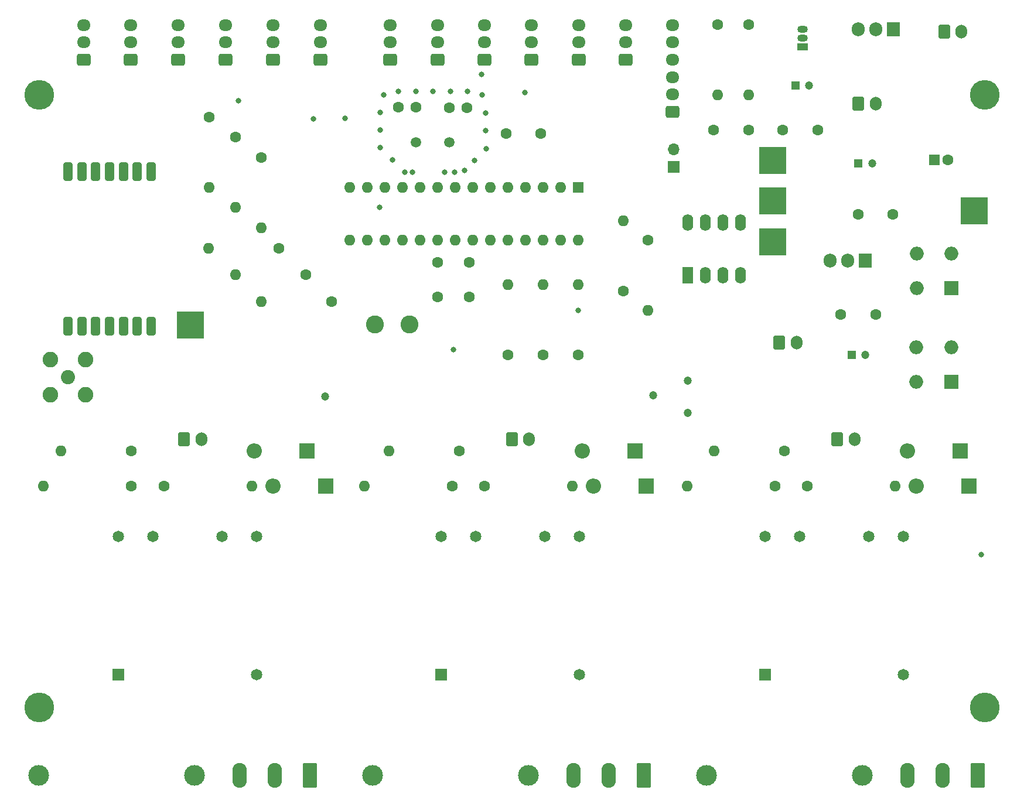
<source format=gbr>
%TF.GenerationSoftware,KiCad,Pcbnew,(6.0.7)*%
%TF.CreationDate,2022-08-20T21:34:52+02:00*%
%TF.ProjectId,3phaseDiverter-rounded,33706861-7365-4446-9976-65727465722d,1*%
%TF.SameCoordinates,Original*%
%TF.FileFunction,Soldermask,Top*%
%TF.FilePolarity,Negative*%
%FSLAX46Y46*%
G04 Gerber Fmt 4.6, Leading zero omitted, Abs format (unit mm)*
G04 Created by KiCad (PCBNEW (6.0.7)) date 2022-08-20 21:34:52*
%MOMM*%
%LPD*%
G01*
G04 APERTURE LIST*
G04 Aperture macros list*
%AMRoundRect*
0 Rectangle with rounded corners*
0 $1 Rounding radius*
0 $2 $3 $4 $5 $6 $7 $8 $9 X,Y pos of 4 corners*
0 Add a 4 corners polygon primitive as box body*
4,1,4,$2,$3,$4,$5,$6,$7,$8,$9,$2,$3,0*
0 Add four circle primitives for the rounded corners*
1,1,$1+$1,$2,$3*
1,1,$1+$1,$4,$5*
1,1,$1+$1,$6,$7*
1,1,$1+$1,$8,$9*
0 Add four rect primitives between the rounded corners*
20,1,$1+$1,$2,$3,$4,$5,0*
20,1,$1+$1,$4,$5,$6,$7,0*
20,1,$1+$1,$6,$7,$8,$9,0*
20,1,$1+$1,$8,$9,$2,$3,0*%
G04 Aperture macros list end*
%ADD10C,3.000000*%
%ADD11RoundRect,0.250000X0.725000X-0.600000X0.725000X0.600000X-0.725000X0.600000X-0.725000X-0.600000X0*%
%ADD12O,1.950000X1.700000*%
%ADD13C,1.600000*%
%ADD14R,4.000000X4.000000*%
%ADD15R,1.200000X1.200000*%
%ADD16C,1.200000*%
%ADD17O,1.600000X1.600000*%
%ADD18RoundRect,0.337500X-0.337500X1.012500X-0.337500X-1.012500X0.337500X-1.012500X0.337500X1.012500X0*%
%ADD19R,1.600000X1.600000*%
%ADD20R,2.200000X2.200000*%
%ADD21O,2.200000X2.200000*%
%ADD22C,4.300000*%
%ADD23R,2.000000X2.000000*%
%ADD24O,2.000000X2.000000*%
%ADD25R,1.500000X1.050000*%
%ADD26O,1.500000X1.050000*%
%ADD27C,1.500000*%
%ADD28RoundRect,0.250000X-0.600000X-0.750000X0.600000X-0.750000X0.600000X0.750000X-0.600000X0.750000X0*%
%ADD29O,1.700000X2.000000*%
%ADD30R,1.651000X1.651000*%
%ADD31C,1.651000*%
%ADD32R,1.905000X2.000000*%
%ADD33O,1.905000X2.000000*%
%ADD34RoundRect,0.249999X0.790001X1.550001X-0.790001X1.550001X-0.790001X-1.550001X0.790001X-1.550001X0*%
%ADD35O,2.080000X3.600000*%
%ADD36R,1.700000X1.700000*%
%ADD37O,1.700000X1.700000*%
%ADD38R,1.600000X2.400000*%
%ADD39O,1.600000X2.400000*%
%ADD40C,2.600000*%
%ADD41C,2.050000*%
%ADD42C,2.250000*%
%ADD43C,0.800000*%
G04 APERTURE END LIST*
D10*
%TO.C,FS3*%
X115700000Y-130087500D03*
X138300000Y-130087500D03*
%TD*%
D11*
%TO.C,J0*%
X110854000Y-34130000D03*
D12*
X110854000Y-31630000D03*
X110854000Y-29130000D03*
X110854000Y-26630000D03*
X110854000Y-24130000D03*
X110854000Y-21630000D03*
%TD*%
D13*
%TO.C,C13*%
X76835000Y-55920000D03*
X76835000Y-60920000D03*
%TD*%
D14*
%TO.C,TP3*%
X125272800Y-41198800D03*
%TD*%
D15*
%TO.C,C2*%
X137668000Y-41605200D03*
D16*
X139668000Y-41605200D03*
%TD*%
D13*
%TO.C,R20*%
X92075000Y-69342000D03*
D17*
X92075000Y-59182000D03*
%TD*%
D11*
%TO.C,J4*%
X90445098Y-26630000D03*
D12*
X90445098Y-24130000D03*
X90445098Y-21630000D03*
%TD*%
D18*
%TO.C,RF1*%
X23464520Y-65151000D03*
X27465020Y-42799000D03*
X29464000Y-42799000D03*
X31462980Y-42799000D03*
X27465020Y-65151000D03*
X23464520Y-42799000D03*
X33461960Y-42799000D03*
X29464000Y-65151000D03*
X25466040Y-42799000D03*
X33461960Y-65151000D03*
X31462980Y-65151000D03*
X35463480Y-42799000D03*
X35463480Y-65151000D03*
X25466040Y-65151000D03*
%TD*%
D19*
%TO.C,IC1*%
X97155000Y-45085000D03*
D17*
X94615000Y-45085000D03*
X92075000Y-45085000D03*
X89535000Y-45085000D03*
X86995000Y-45085000D03*
X84455000Y-45085000D03*
X81915000Y-45085000D03*
X79375000Y-45085000D03*
X76835000Y-45085000D03*
X74295000Y-45085000D03*
X71755000Y-45085000D03*
X69215000Y-45085000D03*
X66675000Y-45085000D03*
X64135000Y-45085000D03*
X64135000Y-52705000D03*
X66675000Y-52705000D03*
X69215000Y-52705000D03*
X71755000Y-52705000D03*
X74295000Y-52705000D03*
X76835000Y-52705000D03*
X79375000Y-52705000D03*
X81915000Y-52705000D03*
X84455000Y-52705000D03*
X86995000Y-52705000D03*
X89535000Y-52705000D03*
X92075000Y-52705000D03*
X94615000Y-52705000D03*
X97155000Y-52705000D03*
%TD*%
D10*
%TO.C,FS1*%
X19180000Y-130087500D03*
X41780000Y-130087500D03*
%TD*%
D20*
%TO.C,D6*%
X152400000Y-83185000D03*
D21*
X144780000Y-83185000D03*
%TD*%
D22*
%TO.C,REF\u002A\u002A*%
X155956000Y-31750000D03*
%TD*%
D13*
%TO.C,R1*%
X121793000Y-21590000D03*
D17*
X121793000Y-31750000D03*
%TD*%
D22*
%TO.C,REF\u002A\u002A*%
X19304000Y-120243600D03*
%TD*%
D10*
%TO.C,FS2*%
X67440000Y-130087500D03*
X90040000Y-130087500D03*
%TD*%
D13*
%TO.C,R6*%
X78968600Y-88239600D03*
D17*
X66268600Y-88239600D03*
%TD*%
D11*
%TO.C,J6*%
X76839166Y-26630000D03*
D12*
X76839166Y-24130000D03*
X76839166Y-21630000D03*
%TD*%
D14*
%TO.C,TP0*%
X154432000Y-48514000D03*
%TD*%
D13*
%TO.C,C12*%
X135168000Y-63500000D03*
X140168000Y-63500000D03*
%TD*%
D23*
%TO.C,BR1*%
X151090000Y-73239000D03*
D24*
X151090000Y-68239000D03*
X146090000Y-68239000D03*
X146090000Y-73239000D03*
%TD*%
D13*
%TO.C,R19*%
X86995000Y-69342000D03*
D17*
X86995000Y-59182000D03*
%TD*%
D25*
%TO.C,VR2*%
X129646000Y-24765000D03*
D26*
X129646000Y-23495000D03*
X129646000Y-22225000D03*
%TD*%
D13*
%TO.C,R7*%
X125603000Y-88265000D03*
D17*
X112903000Y-88265000D03*
%TD*%
D27*
%TO.C,X1*%
X78599200Y-38582600D03*
X73719200Y-38582600D03*
%TD*%
D13*
%TO.C,R10*%
X130302000Y-88265000D03*
D17*
X143002000Y-88265000D03*
%TD*%
D22*
%TO.C,REF\u002A\u002A*%
X155956000Y-120243600D03*
%TD*%
%TO.C,REF\u002A\u002A*%
X19304000Y-31750000D03*
%TD*%
D28*
%TO.C,CT2*%
X87604600Y-81491600D03*
D29*
X90104600Y-81491600D03*
%TD*%
D13*
%TO.C,R4*%
X127000000Y-83185000D03*
D17*
X116840000Y-83185000D03*
%TD*%
D30*
%TO.C,TXFR3*%
X124162925Y-115562400D03*
D31*
X144162926Y-115562400D03*
X144162926Y-95562399D03*
X139162926Y-95562399D03*
X129162925Y-95562399D03*
X124162925Y-95562399D03*
%TD*%
D11*
%TO.C,J11*%
X39403800Y-26630000D03*
D12*
X39403800Y-24130000D03*
X39403800Y-21630000D03*
%TD*%
D13*
%TO.C,R5*%
X32613600Y-88239600D03*
D17*
X19913600Y-88239600D03*
%TD*%
D32*
%TO.C,VR1*%
X142748000Y-22225000D03*
D33*
X140208000Y-22225000D03*
X137668000Y-22225000D03*
%TD*%
D13*
%TO.C,C6*%
X91770200Y-37338000D03*
X86770200Y-37338000D03*
%TD*%
D30*
%TO.C,TXFR2*%
X77376125Y-115570000D03*
D31*
X97376126Y-115570000D03*
X97376126Y-95569999D03*
X92376126Y-95569999D03*
X82376125Y-95569999D03*
X77376125Y-95569999D03*
%TD*%
D11*
%TO.C,J7*%
X70036200Y-26630000D03*
D12*
X70036200Y-24130000D03*
X70036200Y-21630000D03*
%TD*%
D20*
%TO.C,D2*%
X58013600Y-83159600D03*
D21*
X50393600Y-83159600D03*
%TD*%
D11*
%TO.C,J10*%
X46261800Y-26630000D03*
D12*
X46261800Y-24130000D03*
X46261800Y-21630000D03*
%TD*%
D14*
%TO.C,TP4*%
X41148000Y-65024000D03*
%TD*%
D34*
%TO.C,PWR1*%
X58420000Y-130087500D03*
D35*
X53340000Y-130087500D03*
X48260000Y-130087500D03*
%TD*%
D11*
%TO.C,J13*%
X25738600Y-26630000D03*
D12*
X25738600Y-24130000D03*
X25738600Y-21630000D03*
%TD*%
D13*
%TO.C,R17*%
X47625000Y-37846000D03*
D17*
X47625000Y-48006000D03*
%TD*%
D20*
%TO.C,D4*%
X105384600Y-83159600D03*
D21*
X97764600Y-83159600D03*
%TD*%
D13*
%TO.C,C7*%
X81407000Y-60920000D03*
X81407000Y-55920000D03*
%TD*%
%TO.C,R8*%
X37312600Y-88239600D03*
D17*
X50012600Y-88239600D03*
%TD*%
D11*
%TO.C,J9*%
X53119800Y-26630000D03*
D12*
X53119800Y-24130000D03*
X53119800Y-21630000D03*
%TD*%
D28*
%TO.C,J14*%
X126238000Y-67564000D03*
D29*
X128738000Y-67564000D03*
%TD*%
D15*
%TO.C,C11*%
X136695401Y-69342000D03*
D16*
X138695401Y-69342000D03*
%TD*%
D36*
%TO.C,J1*%
X110998000Y-42164000D03*
D37*
X110998000Y-39624000D03*
%TD*%
D13*
%TO.C,R18*%
X43815000Y-34925000D03*
D17*
X43815000Y-45085000D03*
%TD*%
D13*
%TO.C,R16*%
X51409600Y-40741600D03*
D17*
X51409600Y-50901600D03*
%TD*%
D32*
%TO.C,VR3*%
X138684000Y-55697000D03*
D33*
X136144000Y-55697000D03*
X133604000Y-55697000D03*
%TD*%
D34*
%TO.C,PWR2*%
X106680000Y-130087500D03*
D35*
X101600000Y-130087500D03*
X96520000Y-130087500D03*
%TD*%
D13*
%TO.C,C10*%
X71219200Y-33528000D03*
X73719200Y-33528000D03*
%TD*%
D14*
%TO.C,TP1*%
X125272800Y-52933600D03*
%TD*%
D34*
%TO.C,PWR3*%
X154940000Y-130087500D03*
D35*
X149860000Y-130087500D03*
X144780000Y-130087500D03*
%TD*%
D14*
%TO.C,TP2*%
X125272800Y-47066200D03*
%TD*%
D13*
%TO.C,R9*%
X83667600Y-88239600D03*
D17*
X96367600Y-88239600D03*
%TD*%
D11*
%TO.C,J2*%
X104051030Y-26630000D03*
D12*
X104051030Y-24130000D03*
X104051030Y-21630000D03*
%TD*%
D13*
%TO.C,R22*%
X117348000Y-21590000D03*
D17*
X117348000Y-31750000D03*
%TD*%
D20*
%TO.C,D5*%
X153670000Y-88265000D03*
D21*
X146050000Y-88265000D03*
%TD*%
D28*
%TO.C,J30*%
X137668000Y-33020000D03*
D29*
X140168000Y-33020000D03*
%TD*%
D20*
%TO.C,D1*%
X60680600Y-88239600D03*
D21*
X53060600Y-88239600D03*
%TD*%
D38*
%TO.C,IC2*%
X112989200Y-57775000D03*
D39*
X115529200Y-57775000D03*
X118069200Y-57775000D03*
X120609200Y-57775000D03*
X120609200Y-50155000D03*
X118069200Y-50155000D03*
X115529200Y-50155000D03*
X112989200Y-50155000D03*
%TD*%
D13*
%TO.C,C4*%
X137668000Y-49022000D03*
X142668000Y-49022000D03*
%TD*%
D28*
%TO.C,J20*%
X150109000Y-22606000D03*
D29*
X152609000Y-22606000D03*
%TD*%
D11*
%TO.C,J3*%
X97248064Y-26630000D03*
D12*
X97248064Y-24130000D03*
X97248064Y-21630000D03*
%TD*%
D28*
%TO.C,CT3*%
X134620000Y-81517000D03*
D29*
X137120000Y-81517000D03*
%TD*%
D13*
%TO.C,R14*%
X57785000Y-57734200D03*
D17*
X47625000Y-57734200D03*
%TD*%
D13*
%TO.C,R2*%
X32613600Y-83159600D03*
D17*
X22453600Y-83159600D03*
%TD*%
D19*
%TO.C,C1*%
X148650888Y-41148000D03*
D13*
X150650888Y-41148000D03*
%TD*%
D30*
%TO.C,TXFR1*%
X30690925Y-115562400D03*
D31*
X50690926Y-115562400D03*
X50690926Y-95562399D03*
X45690926Y-95562399D03*
X35690925Y-95562399D03*
X30690925Y-95562399D03*
%TD*%
D13*
%TO.C,R11*%
X103708200Y-60071000D03*
D17*
X103708200Y-49911000D03*
%TD*%
D11*
%TO.C,J5*%
X83642132Y-26630000D03*
D12*
X83642132Y-24130000D03*
X83642132Y-21630000D03*
%TD*%
D11*
%TO.C,J12*%
X32545800Y-26630000D03*
D12*
X32545800Y-24130000D03*
X32545800Y-21630000D03*
%TD*%
D13*
%TO.C,C5*%
X126786000Y-36830000D03*
X131786000Y-36830000D03*
%TD*%
D15*
%TO.C,C3*%
X128567401Y-30327600D03*
D16*
X130567401Y-30327600D03*
%TD*%
D40*
%TO.C,L1*%
X72794253Y-64897000D03*
X67794253Y-64897000D03*
%TD*%
D13*
%TO.C,R12*%
X107264200Y-52730400D03*
D17*
X107264200Y-62890400D03*
%TD*%
D11*
%TO.C,J8*%
X59977800Y-26630000D03*
D12*
X59977800Y-24130000D03*
X59977800Y-21630000D03*
%TD*%
D13*
%TO.C,R13*%
X61569600Y-61569600D03*
D17*
X51409600Y-61569600D03*
%TD*%
D13*
%TO.C,C9*%
X81099200Y-33604200D03*
X78599200Y-33604200D03*
%TD*%
D28*
%TO.C,CT1*%
X40253600Y-81491600D03*
D29*
X42753600Y-81491600D03*
%TD*%
D13*
%TO.C,C8*%
X121793000Y-36830000D03*
X116793000Y-36830000D03*
%TD*%
D23*
%TO.C,BR2*%
X151130000Y-59650000D03*
D24*
X151130000Y-54650000D03*
X146130000Y-54650000D03*
X146130000Y-59650000D03*
%TD*%
D41*
%TO.C,CN9*%
X23464520Y-72517000D03*
D42*
X20924520Y-69977000D03*
X26004520Y-69977000D03*
X26004520Y-75057000D03*
X20924520Y-75057000D03*
%TD*%
D13*
%TO.C,R3*%
X79984600Y-83159600D03*
D17*
X69824600Y-83159600D03*
%TD*%
D13*
%TO.C,R15*%
X53949600Y-53898800D03*
D17*
X43789600Y-53898800D03*
%TD*%
D20*
%TO.C,D3*%
X107035600Y-88239600D03*
D21*
X99415600Y-88239600D03*
%TD*%
D13*
%TO.C,R21*%
X97155000Y-69342000D03*
D17*
X97155000Y-59182000D03*
%TD*%
D43*
X155448000Y-98171000D03*
X97180400Y-62839600D03*
X83312000Y-31750000D03*
X72136000Y-42926000D03*
X73702332Y-31242000D03*
X63500000Y-35102800D03*
X83820000Y-34323866D03*
X82194400Y-41173400D03*
X71204666Y-31242000D03*
X68580000Y-36830000D03*
X79349600Y-42875200D03*
X76199998Y-31242000D03*
X81195330Y-31242000D03*
X80772000Y-42595800D03*
X68580000Y-34290000D03*
X78697664Y-31242000D03*
X89484200Y-31394400D03*
X83210400Y-28752800D03*
X70358000Y-41148000D03*
X83870800Y-39471600D03*
X83820000Y-36897732D03*
X69088000Y-31750000D03*
X68580000Y-39370000D03*
X73245500Y-42926000D03*
X58902600Y-35153600D03*
X77884500Y-42900600D03*
D16*
X113030000Y-73025000D03*
X113030000Y-77724000D03*
D43*
X48107600Y-32537400D03*
X68453000Y-48006000D03*
X79121000Y-68580000D03*
D16*
X108051600Y-75133200D03*
X60604400Y-75311000D03*
M02*

</source>
